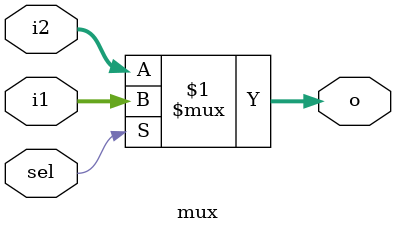
<source format=v>
`timescale 1ns / 1ps


module mux(
    i1,
    i2,
    sel,
    o
    );
    
    input [31:0] i1;
    input [31:0] i2;
    input sel;
    output [31:0] o;
    
    assign o = sel ? i1 : i2;
endmodule

</source>
